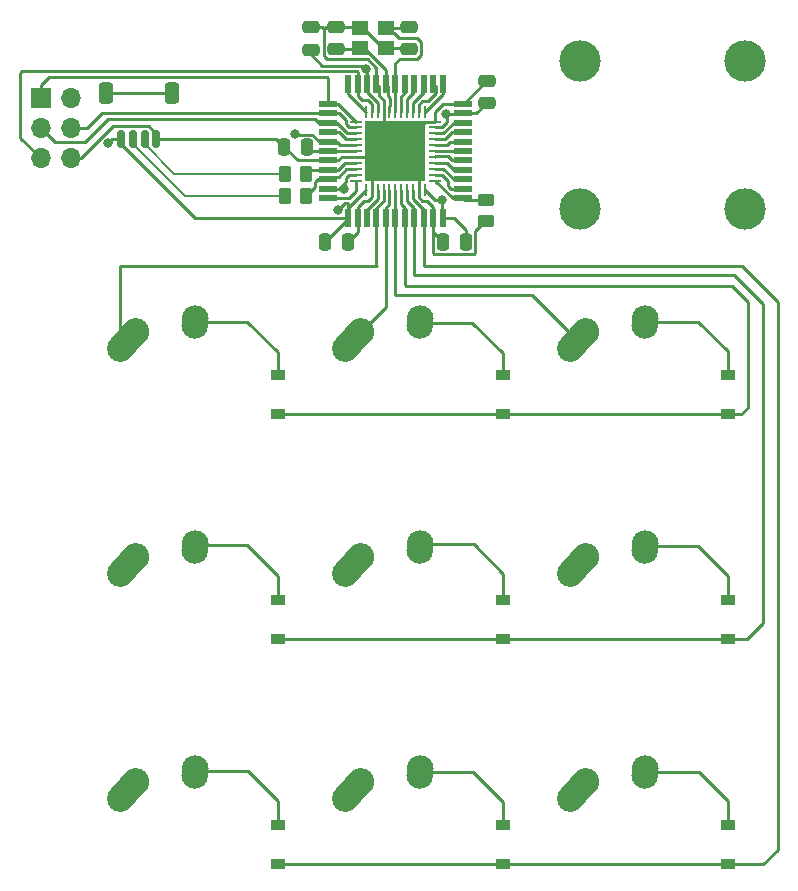
<source format=gbr>
%TF.GenerationSoftware,KiCad,Pcbnew,(6.99.0-3975-g9eb3854794)*%
%TF.CreationDate,2022-10-21T11:16:23+02:00*%
%TF.ProjectId,PCB Template,50434220-5465-46d7-906c-6174652e6b69,rev?*%
%TF.SameCoordinates,Original*%
%TF.FileFunction,Copper,L2,Bot*%
%TF.FilePolarity,Positive*%
%FSLAX46Y46*%
G04 Gerber Fmt 4.6, Leading zero omitted, Abs format (unit mm)*
G04 Created by KiCad (PCBNEW (6.99.0-3975-g9eb3854794)) date 2022-10-21 11:16:23*
%MOMM*%
%LPD*%
G01*
G04 APERTURE LIST*
G04 Aperture macros list*
%AMRoundRect*
0 Rectangle with rounded corners*
0 $1 Rounding radius*
0 $2 $3 $4 $5 $6 $7 $8 $9 X,Y pos of 4 corners*
0 Add a 4 corners polygon primitive as box body*
4,1,4,$2,$3,$4,$5,$6,$7,$8,$9,$2,$3,0*
0 Add four circle primitives for the rounded corners*
1,1,$1+$1,$2,$3*
1,1,$1+$1,$4,$5*
1,1,$1+$1,$6,$7*
1,1,$1+$1,$8,$9*
0 Add four rect primitives between the rounded corners*
20,1,$1+$1,$2,$3,$4,$5,0*
20,1,$1+$1,$4,$5,$6,$7,0*
20,1,$1+$1,$6,$7,$8,$9,0*
20,1,$1+$1,$8,$9,$2,$3,0*%
%AMHorizOval*
0 Thick line with rounded ends*
0 $1 width*
0 $2 $3 position (X,Y) of the first rounded end (center of the circle)*
0 $4 $5 position (X,Y) of the second rounded end (center of the circle)*
0 Add line between two ends*
20,1,$1,$2,$3,$4,$5,0*
0 Add two circle primitives to create the rounded ends*
1,1,$1,$2,$3*
1,1,$1,$4,$5*%
G04 Aperture macros list end*
%TA.AperFunction,ComponentPad*%
%ADD10HorizOval,2.250000X0.655001X0.730000X-0.655001X-0.730000X0*%
%TD*%
%TA.AperFunction,ComponentPad*%
%ADD11C,2.250000*%
%TD*%
%TA.AperFunction,ComponentPad*%
%ADD12HorizOval,2.250000X0.020000X0.290000X-0.020000X-0.290000X0*%
%TD*%
%TA.AperFunction,ComponentPad*%
%ADD13C,3.500000*%
%TD*%
%TA.AperFunction,ComponentPad*%
%ADD14C,3.500001*%
%TD*%
%TA.AperFunction,SMDPad,CuDef*%
%ADD15RoundRect,0.150000X-0.150000X-0.625000X0.150000X-0.625000X0.150000X0.625000X-0.150000X0.625000X0*%
%TD*%
%TA.AperFunction,SMDPad,CuDef*%
%ADD16RoundRect,0.250000X-0.350000X-0.650000X0.350000X-0.650000X0.350000X0.650000X-0.350000X0.650000X0*%
%TD*%
%TA.AperFunction,SMDPad,CuDef*%
%ADD17R,1.200000X0.900000*%
%TD*%
%TA.AperFunction,SMDPad,CuDef*%
%ADD18RoundRect,0.250000X0.250000X0.475000X-0.250000X0.475000X-0.250000X-0.475000X0.250000X-0.475000X0*%
%TD*%
%TA.AperFunction,SMDPad,CuDef*%
%ADD19RoundRect,0.250000X0.475000X-0.250000X0.475000X0.250000X-0.475000X0.250000X-0.475000X-0.250000X0*%
%TD*%
%TA.AperFunction,SMDPad,CuDef*%
%ADD20RoundRect,0.250000X-0.250000X-0.475000X0.250000X-0.475000X0.250000X0.475000X-0.250000X0.475000X0*%
%TD*%
%TA.AperFunction,SMDPad,CuDef*%
%ADD21RoundRect,0.250000X-0.475000X0.250000X-0.475000X-0.250000X0.475000X-0.250000X0.475000X0.250000X0*%
%TD*%
%TA.AperFunction,SMDPad,CuDef*%
%ADD22RoundRect,0.250000X-0.262500X-0.450000X0.262500X-0.450000X0.262500X0.450000X-0.262500X0.450000X0*%
%TD*%
%TA.AperFunction,SMDPad,CuDef*%
%ADD23R,1.500000X0.550000*%
%TD*%
%TA.AperFunction,SMDPad,CuDef*%
%ADD24RoundRect,0.062500X-0.475000X-0.062500X0.475000X-0.062500X0.475000X0.062500X-0.475000X0.062500X0*%
%TD*%
%TA.AperFunction,SMDPad,CuDef*%
%ADD25R,0.550000X1.500000*%
%TD*%
%TA.AperFunction,SMDPad,CuDef*%
%ADD26RoundRect,0.062500X-0.062500X-0.475000X0.062500X-0.475000X0.062500X0.475000X-0.062500X0.475000X0*%
%TD*%
%TA.AperFunction,SMDPad,CuDef*%
%ADD27RoundRect,0.055000X-0.055000X-0.482500X0.055000X-0.482500X0.055000X0.482500X-0.055000X0.482500X0*%
%TD*%
%TA.AperFunction,SMDPad,CuDef*%
%ADD28R,5.200000X5.200000*%
%TD*%
%TA.AperFunction,SMDPad,CuDef*%
%ADD29RoundRect,0.250000X0.262500X0.450000X-0.262500X0.450000X-0.262500X-0.450000X0.262500X-0.450000X0*%
%TD*%
%TA.AperFunction,ComponentPad*%
%ADD30R,1.700000X1.700000*%
%TD*%
%TA.AperFunction,ComponentPad*%
%ADD31O,1.700000X1.700000*%
%TD*%
%TA.AperFunction,SMDPad,CuDef*%
%ADD32RoundRect,0.250000X-0.450000X0.262500X-0.450000X-0.262500X0.450000X-0.262500X0.450000X0.262500X0*%
%TD*%
%TA.AperFunction,SMDPad,CuDef*%
%ADD33R,1.400000X1.200000*%
%TD*%
%TA.AperFunction,ViaPad*%
%ADD34C,0.800000*%
%TD*%
%TA.AperFunction,Conductor*%
%ADD35C,0.250000*%
%TD*%
%TA.AperFunction,Conductor*%
%ADD36C,0.200000*%
%TD*%
G04 APERTURE END LIST*
D10*
%TO.P,MX4,1,COL*%
%TO.N,COL0*%
X108763750Y-103092499D03*
D11*
X109418750Y-102362500D03*
D12*
%TO.P,MX4,2,ROW*%
%TO.N,Net-(D4-A)*%
X114438749Y-101572499D03*
D11*
X114458750Y-101282500D03*
%TD*%
D13*
%TO.P,REF\u002A\u002A,1*%
%TO.N,N/C*%
X147020000Y-60380000D03*
X147020000Y-72880000D03*
D14*
X161020000Y-60380000D03*
D13*
X161020000Y-72880000D03*
%TD*%
D10*
%TO.P,MX9,1,COL*%
%TO.N,COL2*%
X146863750Y-122142499D03*
D11*
X147518750Y-121412500D03*
D12*
%TO.P,MX9,2,ROW*%
%TO.N,Net-(D9-A)*%
X152538749Y-120622499D03*
D11*
X152558750Y-120332500D03*
%TD*%
D10*
%TO.P,MX7,1,COL*%
%TO.N,COL0*%
X108763750Y-122142499D03*
D11*
X109418750Y-121412500D03*
D12*
%TO.P,MX7,2,ROW*%
%TO.N,Net-(D7-A)*%
X114438749Y-120622499D03*
D11*
X114458750Y-120332500D03*
%TD*%
D10*
%TO.P,MX5,1,COL*%
%TO.N,COL1*%
X127813750Y-103092499D03*
D11*
X128468750Y-102362500D03*
D12*
%TO.P,MX5,2,ROW*%
%TO.N,Net-(D5-A)*%
X133488749Y-101572499D03*
D11*
X133508750Y-101282500D03*
%TD*%
D10*
%TO.P,MX3,1,COL*%
%TO.N,COL2*%
X146863750Y-84042499D03*
D11*
X147518750Y-83312500D03*
D12*
%TO.P,MX3,2,ROW*%
%TO.N,Net-(D3-A)*%
X152538749Y-82522499D03*
D11*
X152558750Y-82232500D03*
%TD*%
D10*
%TO.P,MX6,1,COL*%
%TO.N,COL2*%
X146863750Y-103092499D03*
D11*
X147518750Y-102362500D03*
D12*
%TO.P,MX6,2,ROW*%
%TO.N,Net-(D6-A)*%
X152538749Y-101572499D03*
D11*
X152558750Y-101282500D03*
%TD*%
D10*
%TO.P,MX8,1,COL*%
%TO.N,COL1*%
X127813750Y-122142499D03*
D11*
X128468750Y-121412500D03*
D12*
%TO.P,MX8,2,ROW*%
%TO.N,Net-(D8-A)*%
X133488749Y-120622499D03*
D11*
X133508750Y-120332500D03*
%TD*%
D10*
%TO.P,MX1,1,COL*%
%TO.N,COL0*%
X108763750Y-84042499D03*
D11*
X109418750Y-83312500D03*
D12*
%TO.P,MX1,2,ROW*%
%TO.N,Net-(D1-A)*%
X114438749Y-82522499D03*
D11*
X114458750Y-82232500D03*
%TD*%
D10*
%TO.P,MX2,1,COL*%
%TO.N,COL1*%
X127813750Y-84042499D03*
D11*
X128468750Y-83312500D03*
D12*
%TO.P,MX2,2,ROW*%
%TO.N,Net-(D2-A)*%
X133488749Y-82522499D03*
D11*
X133508750Y-82232500D03*
%TD*%
D15*
%TO.P,J2,1,Pin_1*%
%TO.N,+5V*%
X108150000Y-66980000D03*
%TO.P,J2,2,Pin_2*%
%TO.N,D-*%
X109150000Y-66980000D03*
%TO.P,J2,3,Pin_3*%
%TO.N,D+*%
X110150000Y-66980000D03*
%TO.P,J2,4,Pin_4*%
%TO.N,GND*%
X111150000Y-66980000D03*
D16*
%TO.P,J2,MP,MountPin*%
%TO.N,unconnected-(J2-MountPin)*%
X106850000Y-63105000D03*
X112450000Y-63105000D03*
%TD*%
D17*
%TO.P,D6,1,K*%
%TO.N,ROW1*%
X159538749Y-109362499D03*
%TO.P,D6,2,A*%
%TO.N,Net-(D6-A)*%
X159538749Y-106062499D03*
%TD*%
D18*
%TO.P,C3,1*%
%TO.N,Net-(U1-UCAP)*%
X123890000Y-67672500D03*
%TO.P,C3,2*%
%TO.N,GND*%
X121990000Y-67672500D03*
%TD*%
D19*
%TO.P,C2,1*%
%TO.N,GND*%
X132550000Y-59402500D03*
%TO.P,C2,2*%
%TO.N,Net-(U1-XTAL1)*%
X132550000Y-57502500D03*
%TD*%
D17*
%TO.P,D5,1,K*%
%TO.N,ROW1*%
X140488749Y-109362499D03*
%TO.P,D5,2,A*%
%TO.N,Net-(D5-A)*%
X140488749Y-106062499D03*
%TD*%
D20*
%TO.P,C7,1*%
%TO.N,+5V*%
X125440000Y-75692500D03*
%TO.P,C7,2*%
%TO.N,GND*%
X127340000Y-75692500D03*
%TD*%
D21*
%TO.P,C1,1*%
%TO.N,GND*%
X126390000Y-57502500D03*
%TO.P,C1,2*%
%TO.N,Net-(U1-XTAL2)*%
X126390000Y-59402500D03*
%TD*%
D18*
%TO.P,C6,1*%
%TO.N,+5V*%
X137340000Y-75692500D03*
%TO.P,C6,2*%
%TO.N,GND*%
X135440000Y-75692500D03*
%TD*%
D22*
%TO.P,R3,1*%
%TO.N,D-*%
X122007500Y-71822500D03*
%TO.P,R3,2*%
%TO.N,Net-(U1-D-)*%
X123832500Y-71822500D03*
%TD*%
D23*
%TO.P,U1,1,PE6*%
%TO.N,unconnected-(U1-PE6)*%
X125689999Y-72009999D03*
D24*
X128052500Y-70510000D03*
D23*
%TO.P,U1,2,UVCC*%
%TO.N,+5V*%
X125689999Y-71209999D03*
D24*
X128052500Y-70010000D03*
D23*
%TO.P,U1,3,D-*%
%TO.N,Net-(U1-D-)*%
X125689999Y-70409999D03*
D24*
X128052500Y-69510000D03*
D23*
%TO.P,U1,4,D+*%
%TO.N,Net-(U1-D+)*%
X125689999Y-69609999D03*
D24*
X128052500Y-69010000D03*
D23*
%TO.P,U1,5,UGND*%
%TO.N,GND*%
X125689999Y-68809999D03*
D24*
X128052500Y-68510000D03*
D23*
%TO.P,U1,6,UCAP*%
%TO.N,Net-(U1-UCAP)*%
X125689999Y-68009999D03*
D24*
X128052500Y-68010000D03*
D23*
%TO.P,U1,7,VBUS*%
%TO.N,+5V*%
X125689999Y-67209999D03*
D24*
X128052500Y-67510000D03*
D23*
%TO.P,U1,8,PB0*%
%TO.N,unconnected-(U1-PB0)*%
X125689999Y-66409999D03*
D24*
X128052500Y-67010000D03*
D23*
%TO.P,U1,9,PB1*%
%TO.N,SCK*%
X125689999Y-65609999D03*
D24*
X128052500Y-66510000D03*
D23*
%TO.P,U1,10,PB2*%
%TO.N,MOSI*%
X125689999Y-64809999D03*
D24*
X128052500Y-66010000D03*
D23*
%TO.P,U1,11,PB3*%
%TO.N,MISO*%
X125689999Y-64009999D03*
D24*
X128052500Y-65510000D03*
D25*
%TO.P,U1,12,PB7*%
%TO.N,unconnected-(U1-PB7)*%
X127389999Y-62309999D03*
D26*
X128890000Y-64672500D03*
D25*
%TO.P,U1,13,~{RESET}*%
%TO.N,RST*%
X128189999Y-62309999D03*
D26*
X129390000Y-64672500D03*
D25*
%TO.P,U1,14,VCC*%
%TO.N,+5V*%
X128989999Y-62309999D03*
D26*
X129890000Y-64672500D03*
D25*
%TO.P,U1,15,GND*%
%TO.N,GND*%
X129789999Y-62309999D03*
D26*
X130390000Y-64672500D03*
D25*
%TO.P,U1,16,XTAL2*%
%TO.N,Net-(U1-XTAL2)*%
X130589999Y-62309999D03*
D26*
X130890000Y-64672500D03*
D25*
%TO.P,U1,17,XTAL1*%
%TO.N,Net-(U1-XTAL1)*%
X131389999Y-62309999D03*
D26*
X131390000Y-64672500D03*
%TO.P,U1,18,PD0*%
%TO.N,unconnected-(U1-PD0)*%
X131890000Y-64672500D03*
D25*
X132189999Y-62309999D03*
D26*
%TO.P,U1,19,PD1*%
%TO.N,unconnected-(U1-PD1)*%
X132390000Y-64672500D03*
D25*
X132989999Y-62309999D03*
D26*
%TO.P,U1,20,PD2*%
%TO.N,unconnected-(U1-PD2)*%
X132890000Y-64672500D03*
D25*
X133789999Y-62309999D03*
D26*
%TO.P,U1,21,PD3*%
%TO.N,unconnected-(U1-PD3)*%
X133390000Y-64672500D03*
D25*
X134589999Y-62309999D03*
D26*
%TO.P,U1,22,PD5*%
%TO.N,unconnected-(U1-PD5)*%
X133890000Y-64672500D03*
D25*
X135389999Y-62309999D03*
D24*
%TO.P,U1,23,GND*%
%TO.N,GND*%
X134727500Y-65510000D03*
D23*
X137089999Y-64009999D03*
D24*
%TO.P,U1,24,AVCC*%
%TO.N,+5V*%
X134727500Y-66010000D03*
D23*
X137089999Y-64809999D03*
D24*
%TO.P,U1,25,PD4*%
%TO.N,unconnected-(U1-PD4)*%
X134727500Y-66510000D03*
D23*
X137089999Y-65609999D03*
D24*
%TO.P,U1,26,PD6*%
%TO.N,unconnected-(U1-PD6)*%
X134727500Y-67010000D03*
D23*
X137089999Y-66409999D03*
D24*
%TO.P,U1,27,PD7*%
%TO.N,unconnected-(U1-PD7)*%
X134727500Y-67510000D03*
D23*
X137089999Y-67209999D03*
D24*
%TO.P,U1,28,PB4*%
%TO.N,unconnected-(U1-PB4)*%
X134727500Y-68010000D03*
D23*
X137089999Y-68009999D03*
D24*
%TO.P,U1,29,PB5*%
%TO.N,unconnected-(U1-PB5)*%
X134727500Y-68510000D03*
D23*
X137089999Y-68809999D03*
D24*
%TO.P,U1,30,PB6*%
%TO.N,unconnected-(U1-PB6)*%
X134727500Y-69010000D03*
D23*
X137089999Y-69609999D03*
D24*
%TO.P,U1,31,PC6*%
%TO.N,unconnected-(U1-PC6)*%
X134727500Y-69510000D03*
D23*
X137089999Y-70409999D03*
D24*
%TO.P,U1,32,PC7*%
%TO.N,unconnected-(U1-PC7)*%
X134727500Y-70010000D03*
D23*
X137089999Y-71209999D03*
D24*
%TO.P,U1,33,~{HWB}/PE2*%
%TO.N,Net-(U1-~{HWB}{slash}PE2)*%
X134727500Y-70510000D03*
D23*
X137089999Y-72009999D03*
D26*
%TO.P,U1,34,VCC*%
%TO.N,+5V*%
X133890000Y-71347500D03*
D25*
X135389999Y-73709999D03*
D26*
%TO.P,U1,35,GND*%
%TO.N,GND*%
X133390000Y-71347500D03*
D25*
X134589999Y-73709999D03*
D26*
%TO.P,U1,36,PF7*%
%TO.N,ROW2*%
X132890000Y-71347500D03*
D25*
X133789999Y-73709999D03*
D26*
%TO.P,U1,37,PF6*%
%TO.N,ROW1*%
X132390000Y-71347500D03*
D25*
X132989999Y-73709999D03*
D26*
%TO.P,U1,38,PF5*%
%TO.N,ROW0*%
X131890000Y-71347500D03*
D25*
X132189999Y-73709999D03*
D26*
%TO.P,U1,39,PF4*%
%TO.N,COL2*%
X131390000Y-71347500D03*
D25*
X131389999Y-73709999D03*
%TO.P,U1,40,PF1*%
%TO.N,COL1*%
X130589999Y-73709999D03*
D26*
X130890000Y-71347500D03*
D25*
%TO.P,U1,41,PF0*%
%TO.N,COL0*%
X129789999Y-73709999D03*
D26*
X130390000Y-71347500D03*
D25*
%TO.P,U1,42,AREF*%
%TO.N,unconnected-(U1-AREF)*%
X128989999Y-73709999D03*
D26*
X129890000Y-71347500D03*
D25*
%TO.P,U1,43,GND*%
%TO.N,GND*%
X128189999Y-73709999D03*
D27*
X129390000Y-71347500D03*
D25*
%TO.P,U1,44,AVCC*%
%TO.N,+5V*%
X127389999Y-73709999D03*
D26*
X128890000Y-71347500D03*
D28*
%TO.P,U1,45*%
%TO.N,GND*%
X131389999Y-68009999D03*
%TD*%
D17*
%TO.P,D7,1,K*%
%TO.N,ROW2*%
X121438749Y-128412499D03*
%TO.P,D7,2,A*%
%TO.N,Net-(D7-A)*%
X121438749Y-125112499D03*
%TD*%
%TO.P,D4,1,K*%
%TO.N,ROW1*%
X121438749Y-109362499D03*
%TO.P,D4,2,A*%
%TO.N,Net-(D4-A)*%
X121438749Y-106062499D03*
%TD*%
D29*
%TO.P,R2,1*%
%TO.N,Net-(U1-D+)*%
X123832500Y-69922500D03*
%TO.P,R2,2*%
%TO.N,D+*%
X122007500Y-69922500D03*
%TD*%
D17*
%TO.P,D2,1,K*%
%TO.N,ROW0*%
X140488749Y-90312499D03*
%TO.P,D2,2,A*%
%TO.N,Net-(D2-A)*%
X140488749Y-87012499D03*
%TD*%
D30*
%TO.P,J1,1,MISO*%
%TO.N,MISO*%
X101369999Y-63504999D03*
D31*
%TO.P,J1,2,VCC*%
%TO.N,+5V*%
X103909999Y-63504999D03*
%TO.P,J1,3,SCK*%
%TO.N,SCK*%
X101369999Y-66044999D03*
%TO.P,J1,4,MOSI*%
%TO.N,MOSI*%
X103909999Y-66044999D03*
%TO.P,J1,5,~{RST}*%
%TO.N,RST*%
X101369999Y-68584999D03*
%TO.P,J1,6,GND*%
%TO.N,GND*%
X103909999Y-68584999D03*
%TD*%
D17*
%TO.P,D8,1,K*%
%TO.N,ROW2*%
X140488749Y-128412499D03*
%TO.P,D8,2,A*%
%TO.N,Net-(D8-A)*%
X140488749Y-125112499D03*
%TD*%
D32*
%TO.P,R4,1*%
%TO.N,Net-(U1-~{HWB}{slash}PE2)*%
X139040000Y-72120000D03*
%TO.P,R4,2*%
%TO.N,GND*%
X139040000Y-73945000D03*
%TD*%
D17*
%TO.P,D9,1,K*%
%TO.N,ROW2*%
X159538749Y-128412499D03*
%TO.P,D9,2,A*%
%TO.N,Net-(D9-A)*%
X159538749Y-125112499D03*
%TD*%
D19*
%TO.P,C5,1*%
%TO.N,+5V*%
X139110000Y-63952500D03*
%TO.P,C5,2*%
%TO.N,GND*%
X139110000Y-62052500D03*
%TD*%
D17*
%TO.P,D1,1,K*%
%TO.N,ROW0*%
X121438749Y-90312499D03*
%TO.P,D1,2,A*%
%TO.N,Net-(D1-A)*%
X121438749Y-87012499D03*
%TD*%
%TO.P,D3,1,K*%
%TO.N,ROW0*%
X159538749Y-90312499D03*
%TO.P,D3,2,A*%
%TO.N,Net-(D3-A)*%
X159538749Y-87012499D03*
%TD*%
D33*
%TO.P,Y1,1,1*%
%TO.N,GND*%
X130569999Y-59302499D03*
%TO.P,Y1,2,2*%
%TO.N,Net-(U1-XTAL2)*%
X128369999Y-59302499D03*
%TO.P,Y1,3,3*%
%TO.N,GND*%
X128369999Y-57602499D03*
%TO.P,Y1,4,4*%
%TO.N,Net-(U1-XTAL1)*%
X130569999Y-57602499D03*
%TD*%
D19*
%TO.P,C4,1*%
%TO.N,+5V*%
X124210000Y-59432500D03*
%TO.P,C4,2*%
%TO.N,GND*%
X124210000Y-57532500D03*
%TD*%
D34*
%TO.N,+5V*%
X127081919Y-71231904D03*
X128878253Y-61081747D03*
X122920000Y-66580000D03*
X107050000Y-67370000D03*
X126500000Y-73030000D03*
X135650000Y-64900000D03*
X135330000Y-72170000D03*
%TD*%
D35*
%TO.N,ROW0*%
X131890000Y-72535000D02*
X132190000Y-72835000D01*
X160667500Y-90312500D02*
X159538750Y-90312500D01*
X161210000Y-89770000D02*
X160667500Y-90312500D01*
X121438750Y-90312500D02*
X160162500Y-90312500D01*
X132190000Y-73710000D02*
X132190000Y-79390000D01*
X161210000Y-80770000D02*
X161210000Y-89770000D01*
X132260000Y-79460000D02*
X159900000Y-79460000D01*
X132190000Y-79390000D02*
X132260000Y-79460000D01*
X159900000Y-79460000D02*
X161210000Y-80770000D01*
X131890000Y-71347500D02*
X131890000Y-72535000D01*
X132190000Y-72835000D02*
X132190000Y-73710000D01*
%TO.N,Net-(D1-A)*%
X121438750Y-87012500D02*
X121438750Y-85058750D01*
X118860000Y-82480000D02*
X114751250Y-82480000D01*
X114751250Y-82480000D02*
X114418750Y-82812500D01*
X121438750Y-85058750D02*
X118860000Y-82480000D01*
%TO.N,Net-(D2-A)*%
X133751250Y-82530000D02*
X133468750Y-82812500D01*
X140488750Y-87012500D02*
X140488750Y-85138750D01*
X140488750Y-85138750D02*
X137880000Y-82530000D01*
X137880000Y-82530000D02*
X133751250Y-82530000D01*
%TO.N,Net-(D3-A)*%
X152871250Y-82460000D02*
X152518750Y-82812500D01*
X159538750Y-84978750D02*
X157020000Y-82460000D01*
X159538750Y-87012500D02*
X159538750Y-84978750D01*
X157020000Y-82460000D02*
X152871250Y-82460000D01*
%TO.N,ROW1*%
X121438750Y-109362500D02*
X160162500Y-109362500D01*
X132990000Y-72835000D02*
X132990000Y-73710000D01*
X162500000Y-108010000D02*
X161147500Y-109362500D01*
X132950000Y-78500000D02*
X160050000Y-78500000D01*
X162500000Y-80950000D02*
X162500000Y-108010000D01*
X132390000Y-71347500D02*
X132390000Y-72235000D01*
X160050000Y-78500000D02*
X162500000Y-80950000D01*
X161147500Y-109362500D02*
X159538750Y-109362500D01*
X132390000Y-72235000D02*
X132990000Y-72835000D01*
X132990000Y-73710000D02*
X132990000Y-77750000D01*
X132940000Y-78510000D02*
X132950000Y-78500000D01*
X132940000Y-77800000D02*
X132940000Y-78510000D01*
X132990000Y-77750000D02*
X132940000Y-77800000D01*
%TO.N,Net-(D4-A)*%
X121438750Y-103968750D02*
X118870000Y-101400000D01*
X114881250Y-101400000D02*
X114418750Y-101862500D01*
X118870000Y-101400000D02*
X114881250Y-101400000D01*
X121438750Y-106062500D02*
X121438750Y-103968750D01*
%TO.N,Net-(D5-A)*%
X134021250Y-101310000D02*
X133468750Y-101862500D01*
X140488750Y-103778750D02*
X138020000Y-101310000D01*
X138020000Y-101310000D02*
X134021250Y-101310000D01*
X140488750Y-106062500D02*
X140488750Y-103778750D01*
%TO.N,Net-(D6-A)*%
X152921250Y-101460000D02*
X152518750Y-101862500D01*
X159538750Y-106062500D02*
X159538750Y-103958750D01*
X157040000Y-101460000D02*
X152921250Y-101460000D01*
X159538750Y-103958750D02*
X157040000Y-101460000D01*
%TO.N,ROW2*%
X162497500Y-128412500D02*
X159538750Y-128412500D01*
X133790000Y-72969404D02*
X132890000Y-72069404D01*
X132890000Y-72069404D02*
X132890000Y-71347500D01*
X137698896Y-77740000D02*
X160710000Y-77740000D01*
X133780000Y-77730000D02*
X133820000Y-77770000D01*
X133790000Y-73710000D02*
X133790000Y-75040000D01*
X133790000Y-75040000D02*
X133780000Y-75050000D01*
X137668896Y-77770000D02*
X137698896Y-77740000D01*
X133780000Y-75050000D02*
X133780000Y-77730000D01*
X163760000Y-127150000D02*
X162497500Y-128412500D01*
X121438750Y-128412500D02*
X159538750Y-128412500D01*
X163760000Y-80790000D02*
X163760000Y-127150000D01*
X133820000Y-77770000D02*
X137668896Y-77770000D01*
X160710000Y-77740000D02*
X163760000Y-80790000D01*
X133790000Y-73710000D02*
X133790000Y-72969404D01*
%TO.N,Net-(D7-A)*%
X121438750Y-125112500D02*
X121438750Y-123048750D01*
X114791250Y-120540000D02*
X114418750Y-120912500D01*
X118930000Y-120540000D02*
X114791250Y-120540000D01*
X121438750Y-123048750D02*
X118930000Y-120540000D01*
%TO.N,Net-(D8-A)*%
X140488750Y-125112500D02*
X140488750Y-123128750D01*
X137940000Y-120580000D02*
X133801250Y-120580000D01*
X133801250Y-120580000D02*
X133468750Y-120912500D01*
X140488750Y-123128750D02*
X137940000Y-120580000D01*
%TO.N,Net-(D9-A)*%
X157090000Y-120570000D02*
X152861250Y-120570000D01*
X152861250Y-120570000D02*
X152518750Y-120912500D01*
X159538750Y-123018750D02*
X157090000Y-120570000D01*
X159538750Y-125112500D02*
X159538750Y-123018750D01*
%TO.N,COL0*%
X130390000Y-72205800D02*
X129790000Y-72805800D01*
X129790000Y-73710000D02*
X129790000Y-77720000D01*
X129820000Y-77750000D02*
X108100000Y-77750000D01*
X108080000Y-77770000D02*
X108108750Y-77798750D01*
X129790000Y-72805800D02*
X129790000Y-73710000D01*
X130390000Y-71347500D02*
X130390000Y-72205800D01*
X129790000Y-77720000D02*
X129820000Y-77750000D01*
X108100000Y-77750000D02*
X108080000Y-77770000D01*
X108108750Y-77798750D02*
X108108750Y-84772500D01*
%TO.N,COL1*%
X130590000Y-73710000D02*
X130590000Y-81191250D01*
X130890000Y-72535000D02*
X130590000Y-72835000D01*
X130590000Y-81191250D02*
X128468750Y-83312500D01*
X130590000Y-72835000D02*
X130590000Y-73710000D01*
X130890000Y-71347500D02*
X130890000Y-72535000D01*
%TO.N,COL2*%
X131390000Y-80160000D02*
X131390000Y-73710000D01*
X146208750Y-84772500D02*
X146208750Y-83388750D01*
X131410000Y-80180000D02*
X131390000Y-80160000D01*
X131390000Y-71347500D02*
X131390000Y-73710000D01*
X143000000Y-80180000D02*
X131410000Y-80180000D01*
X146208750Y-83388750D02*
X143000000Y-80180000D01*
%TO.N,GND*%
X133666992Y-72210000D02*
X133390000Y-71933008D01*
X139110000Y-62052500D02*
X137152500Y-64010000D01*
X128052500Y-68510000D02*
X130890000Y-68510000D01*
X104755000Y-68585000D02*
X107460000Y-65880000D01*
X129990000Y-63315000D02*
X130390000Y-63715000D01*
X127340000Y-75692500D02*
X128190000Y-74842500D01*
X138967500Y-73945000D02*
X138170000Y-74742500D01*
X133390000Y-71347500D02*
X133390000Y-70010000D01*
X125190000Y-57532500D02*
X125340000Y-57682500D01*
X135450000Y-75712500D02*
X134590000Y-74852500D01*
X129390000Y-71933008D02*
X129113008Y-72210000D01*
X129790000Y-60968896D02*
X129790000Y-62310000D01*
X121297500Y-66980000D02*
X121990000Y-67672500D01*
X130390000Y-67010000D02*
X131390000Y-68010000D01*
X134702500Y-65535000D02*
X133865000Y-65535000D01*
X129790000Y-62310000D02*
X129990000Y-62510000D01*
X129113008Y-72210000D02*
X128710000Y-72210000D01*
X111150000Y-66533249D02*
X111150000Y-66980000D01*
X128710000Y-72210000D02*
X128190000Y-72730000D01*
X130390000Y-64672500D02*
X130390000Y-67010000D01*
X138170000Y-76632500D02*
X138060000Y-76742500D01*
X132450000Y-59302500D02*
X132550000Y-59402500D01*
X137152500Y-64010000D02*
X137090000Y-64010000D01*
X130390000Y-63715000D02*
X130390000Y-64672500D01*
X125340000Y-59990000D02*
X125579448Y-60229448D01*
X134090000Y-72210000D02*
X133666992Y-72210000D01*
X138060000Y-76742500D02*
X134700000Y-76742500D01*
X130570000Y-59302500D02*
X132450000Y-59302500D01*
X125520000Y-57502500D02*
X125340000Y-57682500D01*
X129390000Y-71347500D02*
X129390000Y-70010000D01*
X134590000Y-72710000D02*
X134090000Y-72210000D01*
X128190000Y-74842500D02*
X128190000Y-73710000D01*
X134590000Y-74852500D02*
X134590000Y-73710000D01*
X138170000Y-74742500D02*
X138170000Y-76632500D01*
X129390000Y-70010000D02*
X131390000Y-68010000D01*
X126390000Y-57502500D02*
X128270000Y-57502500D01*
X134727500Y-64722500D02*
X135440000Y-64010000D01*
X111150000Y-66980000D02*
X121297500Y-66980000D01*
X128190000Y-72730000D02*
X128190000Y-73710000D01*
X130890000Y-68510000D02*
X131390000Y-68010000D01*
X133390000Y-71933008D02*
X133390000Y-71347500D01*
X134590000Y-76632500D02*
X134590000Y-73710000D01*
X135440000Y-64010000D02*
X137090000Y-64010000D01*
X133390000Y-70010000D02*
X131390000Y-68010000D01*
X103910000Y-68585000D02*
X104755000Y-68585000D01*
X134727500Y-65510000D02*
X134702500Y-65535000D01*
X125579448Y-60229448D02*
X129050552Y-60229448D01*
X134727500Y-65510000D02*
X134727500Y-64722500D01*
X107460000Y-65880000D02*
X110496750Y-65880000D01*
X126565000Y-68810000D02*
X125690000Y-68810000D01*
X130320000Y-59302500D02*
X128620000Y-57602500D01*
X133865000Y-65535000D02*
X131390000Y-68010000D01*
X129990000Y-62510000D02*
X129990000Y-63315000D01*
X124210000Y-57532500D02*
X125190000Y-57532500D01*
X121990000Y-67672500D02*
X123127500Y-68810000D01*
X134590000Y-73710000D02*
X134590000Y-72710000D01*
X134700000Y-76742500D02*
X134590000Y-76632500D01*
X130570000Y-59302500D02*
X130320000Y-59302500D01*
X110496750Y-65880000D02*
X111150000Y-66533249D01*
X126390000Y-57502500D02*
X125520000Y-57502500D01*
X123127500Y-68810000D02*
X125690000Y-68810000D01*
X129390000Y-71347500D02*
X129390000Y-71933008D01*
X125340000Y-57682500D02*
X125340000Y-59990000D01*
X129050552Y-60229448D02*
X129790000Y-60968896D01*
X128270000Y-57502500D02*
X128370000Y-57602500D01*
X139040000Y-73945000D02*
X138967500Y-73945000D01*
X128620000Y-57602500D02*
X128370000Y-57602500D01*
X128052500Y-68510000D02*
X126865000Y-68510000D01*
X126865000Y-68510000D02*
X126565000Y-68810000D01*
%TO.N,Net-(U1-XTAL2)*%
X130890000Y-64215000D02*
X130940000Y-64165000D01*
X128370000Y-59302500D02*
X128760000Y-59302500D01*
X130790000Y-62510000D02*
X130590000Y-62310000D01*
X126390000Y-59402500D02*
X128270000Y-59402500D01*
X130590000Y-61132500D02*
X130590000Y-62310000D01*
X130905000Y-63500000D02*
X130790000Y-63385000D01*
X128270000Y-59402500D02*
X128370000Y-59302500D01*
X130890000Y-64672500D02*
X130890000Y-64215000D01*
X130940000Y-63500000D02*
X130905000Y-63500000D01*
X130790000Y-63385000D02*
X130790000Y-62510000D01*
X128760000Y-59302500D02*
X130590000Y-61132500D01*
X130940000Y-64165000D02*
X130940000Y-63500000D01*
%TO.N,unconnected-(U1-PB7)*%
X127390000Y-63185000D02*
X127390000Y-62310000D01*
X128890000Y-64672500D02*
X128877500Y-64672500D01*
X128877500Y-64672500D02*
X127390000Y-63185000D01*
%TO.N,unconnected-(U1-PD0)*%
X132190000Y-62310000D02*
X132190000Y-63042500D01*
X131840000Y-64622500D02*
X131890000Y-64672500D01*
X131840000Y-63392500D02*
X131840000Y-64622500D01*
X132190000Y-63042500D02*
X131840000Y-63392500D01*
%TO.N,unconnected-(U1-PD1)*%
X132990000Y-63022500D02*
X132990000Y-62310000D01*
X132390000Y-64672500D02*
X132390000Y-63622500D01*
X132390000Y-63622500D02*
X132990000Y-63022500D01*
%TO.N,unconnected-(U1-PD2)*%
X132890000Y-63950596D02*
X132890000Y-64672500D01*
X133790000Y-63050596D02*
X132890000Y-63950596D01*
X133790000Y-62310000D02*
X133790000Y-63050596D01*
%TO.N,unconnected-(U1-PD3)*%
X133390000Y-64672500D02*
X133390000Y-64086992D01*
X133390000Y-64086992D02*
X133666992Y-63810000D01*
X134112500Y-63810000D02*
X134790000Y-63132500D01*
X134790000Y-63132500D02*
X134790000Y-62510000D01*
X133666992Y-63810000D02*
X134112500Y-63810000D01*
X134790000Y-62510000D02*
X134590000Y-62310000D01*
%TO.N,unconnected-(U1-PC6)*%
X134727500Y-69510000D02*
X135449404Y-69510000D01*
X135449404Y-69510000D02*
X136349404Y-70410000D01*
X136349404Y-70410000D02*
X137090000Y-70410000D01*
%TO.N,Net-(U1-XTAL1)*%
X131670000Y-58432500D02*
X131280000Y-58042500D01*
X130570000Y-57602500D02*
X132450000Y-57602500D01*
X131750000Y-60232500D02*
X133258173Y-60232500D01*
X133258173Y-60232500D02*
X133600000Y-59890673D01*
X131390000Y-60592500D02*
X131750000Y-60232500D01*
X131670000Y-58432500D02*
X133220000Y-58432500D01*
X132450000Y-57602500D02*
X132550000Y-57502500D01*
X131390000Y-64672500D02*
X131390000Y-62310000D01*
X133600000Y-59890673D02*
X133600000Y-58812500D01*
X131390000Y-62310000D02*
X131390000Y-60592500D01*
X133600000Y-58812500D02*
X133220000Y-58432500D01*
%TO.N,unconnected-(U1-PB4)*%
X137090000Y-68010000D02*
X134727500Y-68010000D01*
%TO.N,Net-(U1-UCAP)*%
X124227500Y-68010000D02*
X125690000Y-68010000D01*
X123890000Y-67672500D02*
X124227500Y-68010000D01*
X128052500Y-68010000D02*
X125690000Y-68010000D01*
%TO.N,+5V*%
X138252500Y-64810000D02*
X137090000Y-64810000D01*
X123040000Y-66610000D02*
X122950000Y-66610000D01*
X127190000Y-70286992D02*
X127190000Y-70622500D01*
X127060015Y-71210000D02*
X127081919Y-71231904D01*
X135791504Y-65531504D02*
X135791504Y-65041504D01*
X128990000Y-63021396D02*
X129890000Y-63921396D01*
X135390000Y-73710000D02*
X136327500Y-73710000D01*
X124365673Y-66610000D02*
X123040000Y-66610000D01*
X135330000Y-72170000D02*
X135330000Y-73650000D01*
X108150000Y-66980000D02*
X108150000Y-67440000D01*
X135290000Y-73610000D02*
X135390000Y-73710000D01*
X125690000Y-71210000D02*
X127060015Y-71210000D01*
X128990000Y-62310000D02*
X128990000Y-61193494D01*
X127466992Y-70010000D02*
X127190000Y-70286992D01*
X125690000Y-67210000D02*
X126407500Y-67210000D01*
X128990000Y-61193494D02*
X128878253Y-61081747D01*
X139110000Y-63952500D02*
X138252500Y-64810000D01*
X114420000Y-73710000D02*
X127390000Y-73710000D01*
X125050000Y-67210000D02*
X125040000Y-67200000D01*
X128569006Y-60772500D02*
X128878253Y-61081747D01*
X136327500Y-73710000D02*
X137350000Y-74732500D01*
X107440000Y-66980000D02*
X107050000Y-67370000D01*
X125690000Y-71210000D02*
X126602500Y-71210000D01*
X135330000Y-72170000D02*
X134712500Y-72170000D01*
X125690000Y-67210000D02*
X125050000Y-67210000D01*
X135330000Y-73650000D02*
X135390000Y-73710000D01*
X135313008Y-66010000D02*
X134727500Y-66010000D01*
X124210000Y-59818896D02*
X125163604Y-60772500D01*
X108150000Y-66980000D02*
X107440000Y-66980000D01*
X127390000Y-73710000D02*
X127390000Y-72440000D01*
X137350000Y-75712500D02*
X137350000Y-74732500D01*
X122950000Y-66610000D02*
X122920000Y-66580000D01*
X128052500Y-67510000D02*
X126707500Y-67510000D01*
X128990000Y-62310000D02*
X128990000Y-63021396D01*
X127390000Y-72440000D02*
X127090000Y-72440000D01*
X125040000Y-67200000D02*
X124955673Y-67200000D01*
X137000000Y-64900000D02*
X137090000Y-64810000D01*
X126407500Y-67210000D02*
X126707500Y-67510000D01*
X127390000Y-73710000D02*
X127390000Y-72847500D01*
X127190000Y-70622500D02*
X126620000Y-71192500D01*
X135313008Y-66010000D02*
X135791504Y-65531504D01*
X125163604Y-60772500D02*
X128569006Y-60772500D01*
X127390000Y-72847500D02*
X128890000Y-71347500D01*
X127390000Y-73742500D02*
X125440000Y-75692500D01*
X126602500Y-71210000D02*
X126620000Y-71192500D01*
X128052500Y-70010000D02*
X127466992Y-70010000D01*
X127390000Y-73710000D02*
X127390000Y-73742500D01*
X126500000Y-73030000D02*
X127090000Y-72440000D01*
X135650000Y-64900000D02*
X137000000Y-64900000D01*
X124955673Y-67200000D02*
X124365673Y-66610000D01*
X134712500Y-72170000D02*
X133890000Y-71347500D01*
X124210000Y-59432500D02*
X124210000Y-59818896D01*
X135791504Y-65041504D02*
X135650000Y-64900000D01*
X108150000Y-67440000D02*
X114420000Y-73710000D01*
X129890000Y-63921396D02*
X129890000Y-64672500D01*
%TO.N,unconnected-(U1-PB5)*%
X136215000Y-68810000D02*
X137090000Y-68810000D01*
X134727500Y-68510000D02*
X134777500Y-68460000D01*
X135865000Y-68460000D02*
X136215000Y-68810000D01*
X134777500Y-68460000D02*
X135865000Y-68460000D01*
%TO.N,unconnected-(U1-PD6)*%
X136185800Y-66410000D02*
X135585800Y-67010000D01*
X137090000Y-66410000D02*
X136185800Y-66410000D01*
X135585800Y-67010000D02*
X134727500Y-67010000D01*
%TO.N,unconnected-(U1-PD7)*%
X137090000Y-67210000D02*
X136022196Y-67210000D01*
X136022196Y-67210000D02*
X135722196Y-67510000D01*
X135722196Y-67510000D02*
X134727500Y-67510000D01*
%TO.N,unconnected-(U1-PB6)*%
X134727500Y-69010000D02*
X135778604Y-69010000D01*
X136378604Y-69610000D02*
X137090000Y-69610000D01*
X135778604Y-69010000D02*
X136378604Y-69610000D01*
%TO.N,MISO*%
X128052500Y-65510000D02*
X126552500Y-64010000D01*
X125690000Y-61830000D02*
X125690000Y-64010000D01*
X125600000Y-61740000D02*
X125690000Y-61830000D01*
X102035000Y-61740000D02*
X125600000Y-61740000D01*
X101370000Y-62405000D02*
X102035000Y-61740000D01*
X101370000Y-63505000D02*
X101370000Y-62405000D01*
X126552500Y-64010000D02*
X125690000Y-64010000D01*
%TO.N,unconnected-(U1-AREF)*%
X128990000Y-72969404D02*
X128990000Y-73710000D01*
X129890000Y-72069404D02*
X128990000Y-72969404D01*
X129890000Y-71347500D02*
X129890000Y-72069404D01*
X128990000Y-73710000D02*
X128990000Y-73022500D01*
%TO.N,unconnected-(U1-PE6)*%
X127450000Y-71990000D02*
X128052500Y-71387500D01*
X125690000Y-72010000D02*
X125710000Y-71990000D01*
X125710000Y-71990000D02*
X127450000Y-71990000D01*
X128052500Y-71387500D02*
X128052500Y-70707500D01*
X128052500Y-70707500D02*
X128052500Y-70510000D01*
%TO.N,SCK*%
X102545000Y-67220000D02*
X105110000Y-67220000D01*
X107070000Y-65260000D02*
X124610000Y-65260000D01*
X105110000Y-67220000D02*
X107070000Y-65260000D01*
X125690000Y-65610000D02*
X126430596Y-65610000D01*
X124960000Y-65610000D02*
X125690000Y-65610000D01*
X124610000Y-65260000D02*
X124960000Y-65610000D01*
X127330596Y-66510000D02*
X128052500Y-66510000D01*
X126430596Y-65610000D02*
X127330596Y-66510000D01*
X101370000Y-66045000D02*
X102545000Y-67220000D01*
%TO.N,MOSI*%
X105285000Y-66045000D02*
X106530000Y-64800000D01*
X103910000Y-66045000D02*
X105285000Y-66045000D01*
X128052500Y-66010000D02*
X127466992Y-66010000D01*
X127466992Y-66010000D02*
X127190000Y-65733008D01*
X127190000Y-65412500D02*
X126587500Y-64810000D01*
X106540000Y-64810000D02*
X125690000Y-64810000D01*
X106530000Y-64800000D02*
X106540000Y-64810000D01*
X126587500Y-64810000D02*
X125690000Y-64810000D01*
X127190000Y-65733008D02*
X127190000Y-65412500D01*
%TO.N,RST*%
X128190000Y-62310000D02*
X128190000Y-61310000D01*
X128102500Y-61222500D02*
X99787500Y-61222500D01*
X99787500Y-61222500D02*
X99650000Y-61360000D01*
X128190000Y-63310000D02*
X128593896Y-63713896D01*
X128593896Y-63713896D02*
X129046104Y-63713896D01*
X129390000Y-64057792D02*
X129390000Y-64672500D01*
X99650000Y-61360000D02*
X99650000Y-66865000D01*
X99650000Y-66865000D02*
X101370000Y-68585000D01*
X128190000Y-62310000D02*
X128190000Y-63310000D01*
X128190000Y-61310000D02*
X128102500Y-61222500D01*
X129046104Y-63713896D02*
X129390000Y-64057792D01*
D36*
%TO.N,D-*%
X109150000Y-67391396D02*
X113581104Y-71822500D01*
X113581104Y-71822500D02*
X122007500Y-71822500D01*
X109150000Y-66980000D02*
X109150000Y-67391396D01*
%TO.N,D+*%
X112681104Y-69922500D02*
X122007500Y-69922500D01*
X110150000Y-67391396D02*
X112681104Y-69922500D01*
X110150000Y-66980000D02*
X110150000Y-67391396D01*
D35*
%TO.N,unconnected-(J2-MountPin)*%
X106850000Y-63105000D02*
X112450000Y-63105000D01*
%TO.N,Net-(U1-D+)*%
X126552500Y-69610000D02*
X125690000Y-69610000D01*
X128052500Y-69010000D02*
X127152500Y-69010000D01*
X123832500Y-69922500D02*
X124145000Y-69610000D01*
X127152500Y-69010000D02*
X126552500Y-69610000D01*
X124145000Y-69610000D02*
X125690000Y-69610000D01*
X124125000Y-69740000D02*
X123872500Y-69992500D01*
%TO.N,Net-(U1-D-)*%
X127238896Y-69560000D02*
X126586396Y-70212500D01*
X124615000Y-70665000D02*
X124870000Y-70410000D01*
X125887500Y-70212500D02*
X125690000Y-70410000D01*
X126586396Y-70212500D02*
X125887500Y-70212500D01*
X124870000Y-70410000D02*
X125690000Y-70410000D01*
X128052500Y-69510000D02*
X128002500Y-69560000D01*
X123832500Y-71822500D02*
X124615000Y-71040000D01*
X128002500Y-69560000D02*
X127238896Y-69560000D01*
X124615000Y-71040000D02*
X124615000Y-70665000D01*
%TO.N,Net-(U1-~{HWB}{slash}PE2)*%
X134753604Y-70510000D02*
X134727500Y-70510000D01*
X139040000Y-72120000D02*
X137200000Y-72120000D01*
X137200000Y-72120000D02*
X137090000Y-72010000D01*
X137090000Y-72010000D02*
X136253604Y-72010000D01*
X136253604Y-72010000D02*
X134753604Y-70510000D01*
%TO.N,unconnected-(U1-PB0)*%
X125690000Y-66410000D02*
X126594200Y-66410000D01*
X127194200Y-67010000D02*
X128052500Y-67010000D01*
X126594200Y-66410000D02*
X127194200Y-67010000D01*
%TO.N,unconnected-(U1-PD5)*%
X135390000Y-63172500D02*
X135390000Y-62310000D01*
X133890000Y-64672500D02*
X135390000Y-63172500D01*
%TO.N,unconnected-(U1-PD4)*%
X136349404Y-65610000D02*
X135449404Y-66510000D01*
X135449404Y-66510000D02*
X134727500Y-66510000D01*
X137090000Y-65610000D02*
X136349404Y-65610000D01*
%TO.N,unconnected-(U1-PC7)*%
X135820000Y-70940000D02*
X135820000Y-70516992D01*
X135313008Y-70010000D02*
X134727500Y-70010000D01*
X136090000Y-71210000D02*
X135820000Y-70940000D01*
X135820000Y-70516992D02*
X135313008Y-70010000D01*
X137090000Y-71210000D02*
X136090000Y-71210000D01*
%TD*%
M02*

</source>
